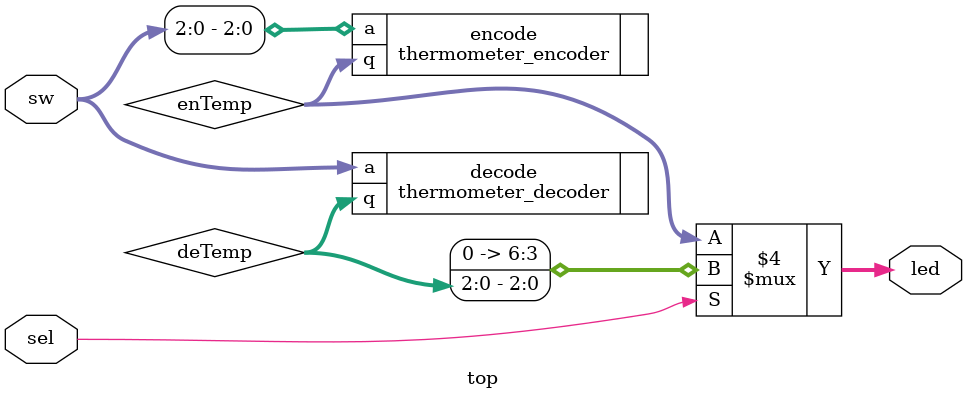
<source format=v>
`timescale 1ns/1ps


module top (
	input [6:0] sw,
	input sel,
	output reg [6:0] led
);

wire [6:0] enTemp;
wire [2:0] deTemp;

thermometer_encoder #(.K(3)) encode(.a(sw[2:0]), .q(enTemp));
thermometer_decoder #(.K(3)) decode(.a(sw[6:0]), .q(deTemp));
always @(sw) begin
	if (sel == 0)
		 led <= enTemp;
	else
		 led <= deTemp;
end
endmodule


</source>
